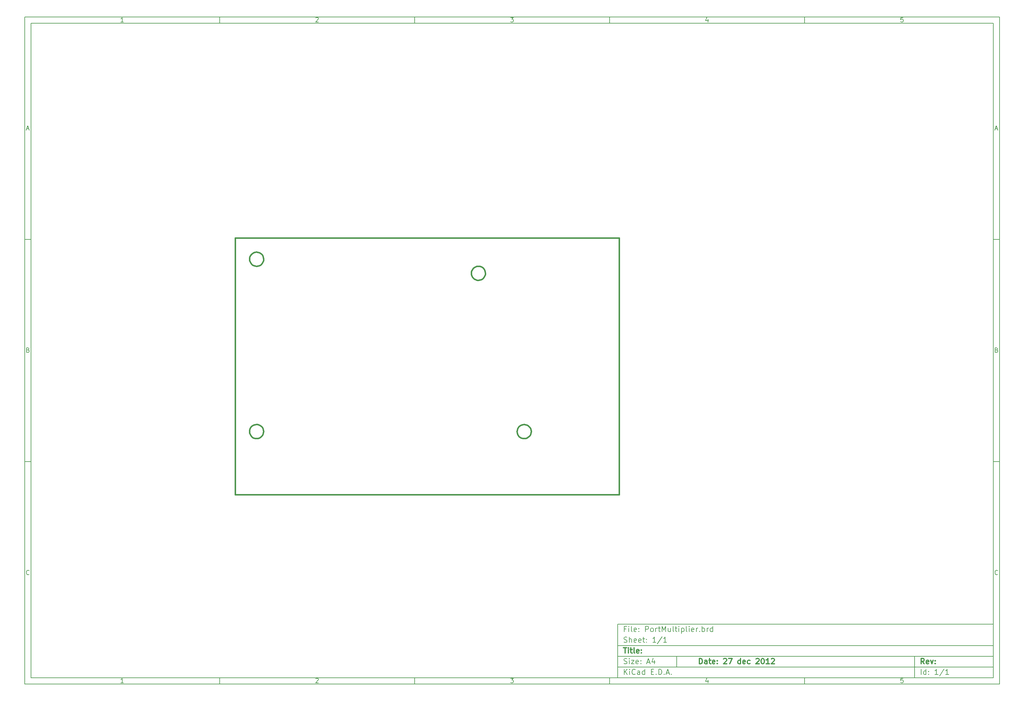
<source format=gbr>
G04 (created by PCBNEW-RS274X (2012-apr-16-27)-stable) date Thu 27 Dec 2012 11:36:06 GMT*
G01*
G70*
G90*
%MOIN*%
G04 Gerber Fmt 3.4, Leading zero omitted, Abs format*
%FSLAX34Y34*%
G04 APERTURE LIST*
%ADD10C,0.006000*%
%ADD11C,0.012000*%
%ADD12C,0.015000*%
G04 APERTURE END LIST*
G54D10*
X04000Y-04000D02*
X113000Y-04000D01*
X113000Y-78670D01*
X04000Y-78670D01*
X04000Y-04000D01*
X04700Y-04700D02*
X112300Y-04700D01*
X112300Y-77970D01*
X04700Y-77970D01*
X04700Y-04700D01*
X25800Y-04000D02*
X25800Y-04700D01*
X15043Y-04552D02*
X14757Y-04552D01*
X14900Y-04552D02*
X14900Y-04052D01*
X14852Y-04124D01*
X14805Y-04171D01*
X14757Y-04195D01*
X25800Y-78670D02*
X25800Y-77970D01*
X15043Y-78522D02*
X14757Y-78522D01*
X14900Y-78522D02*
X14900Y-78022D01*
X14852Y-78094D01*
X14805Y-78141D01*
X14757Y-78165D01*
X47600Y-04000D02*
X47600Y-04700D01*
X36557Y-04100D02*
X36581Y-04076D01*
X36629Y-04052D01*
X36748Y-04052D01*
X36795Y-04076D01*
X36819Y-04100D01*
X36843Y-04148D01*
X36843Y-04195D01*
X36819Y-04267D01*
X36533Y-04552D01*
X36843Y-04552D01*
X47600Y-78670D02*
X47600Y-77970D01*
X36557Y-78070D02*
X36581Y-78046D01*
X36629Y-78022D01*
X36748Y-78022D01*
X36795Y-78046D01*
X36819Y-78070D01*
X36843Y-78118D01*
X36843Y-78165D01*
X36819Y-78237D01*
X36533Y-78522D01*
X36843Y-78522D01*
X69400Y-04000D02*
X69400Y-04700D01*
X58333Y-04052D02*
X58643Y-04052D01*
X58476Y-04243D01*
X58548Y-04243D01*
X58595Y-04267D01*
X58619Y-04290D01*
X58643Y-04338D01*
X58643Y-04457D01*
X58619Y-04505D01*
X58595Y-04529D01*
X58548Y-04552D01*
X58405Y-04552D01*
X58357Y-04529D01*
X58333Y-04505D01*
X69400Y-78670D02*
X69400Y-77970D01*
X58333Y-78022D02*
X58643Y-78022D01*
X58476Y-78213D01*
X58548Y-78213D01*
X58595Y-78237D01*
X58619Y-78260D01*
X58643Y-78308D01*
X58643Y-78427D01*
X58619Y-78475D01*
X58595Y-78499D01*
X58548Y-78522D01*
X58405Y-78522D01*
X58357Y-78499D01*
X58333Y-78475D01*
X91200Y-04000D02*
X91200Y-04700D01*
X80395Y-04219D02*
X80395Y-04552D01*
X80276Y-04029D02*
X80157Y-04386D01*
X80467Y-04386D01*
X91200Y-78670D02*
X91200Y-77970D01*
X80395Y-78189D02*
X80395Y-78522D01*
X80276Y-77999D02*
X80157Y-78356D01*
X80467Y-78356D01*
X102219Y-04052D02*
X101981Y-04052D01*
X101957Y-04290D01*
X101981Y-04267D01*
X102029Y-04243D01*
X102148Y-04243D01*
X102195Y-04267D01*
X102219Y-04290D01*
X102243Y-04338D01*
X102243Y-04457D01*
X102219Y-04505D01*
X102195Y-04529D01*
X102148Y-04552D01*
X102029Y-04552D01*
X101981Y-04529D01*
X101957Y-04505D01*
X102219Y-78022D02*
X101981Y-78022D01*
X101957Y-78260D01*
X101981Y-78237D01*
X102029Y-78213D01*
X102148Y-78213D01*
X102195Y-78237D01*
X102219Y-78260D01*
X102243Y-78308D01*
X102243Y-78427D01*
X102219Y-78475D01*
X102195Y-78499D01*
X102148Y-78522D01*
X102029Y-78522D01*
X101981Y-78499D01*
X101957Y-78475D01*
X04000Y-28890D02*
X04700Y-28890D01*
X04231Y-16510D02*
X04469Y-16510D01*
X04184Y-16652D02*
X04350Y-16152D01*
X04517Y-16652D01*
X113000Y-28890D02*
X112300Y-28890D01*
X112531Y-16510D02*
X112769Y-16510D01*
X112484Y-16652D02*
X112650Y-16152D01*
X112817Y-16652D01*
X04000Y-53780D02*
X04700Y-53780D01*
X04386Y-41280D02*
X04457Y-41304D01*
X04481Y-41328D01*
X04505Y-41376D01*
X04505Y-41447D01*
X04481Y-41495D01*
X04457Y-41519D01*
X04410Y-41542D01*
X04219Y-41542D01*
X04219Y-41042D01*
X04386Y-41042D01*
X04433Y-41066D01*
X04457Y-41090D01*
X04481Y-41138D01*
X04481Y-41185D01*
X04457Y-41233D01*
X04433Y-41257D01*
X04386Y-41280D01*
X04219Y-41280D01*
X113000Y-53780D02*
X112300Y-53780D01*
X112686Y-41280D02*
X112757Y-41304D01*
X112781Y-41328D01*
X112805Y-41376D01*
X112805Y-41447D01*
X112781Y-41495D01*
X112757Y-41519D01*
X112710Y-41542D01*
X112519Y-41542D01*
X112519Y-41042D01*
X112686Y-41042D01*
X112733Y-41066D01*
X112757Y-41090D01*
X112781Y-41138D01*
X112781Y-41185D01*
X112757Y-41233D01*
X112733Y-41257D01*
X112686Y-41280D01*
X112519Y-41280D01*
X04505Y-66385D02*
X04481Y-66409D01*
X04410Y-66432D01*
X04362Y-66432D01*
X04290Y-66409D01*
X04243Y-66361D01*
X04219Y-66313D01*
X04195Y-66218D01*
X04195Y-66147D01*
X04219Y-66051D01*
X04243Y-66004D01*
X04290Y-65956D01*
X04362Y-65932D01*
X04410Y-65932D01*
X04481Y-65956D01*
X04505Y-65980D01*
X112805Y-66385D02*
X112781Y-66409D01*
X112710Y-66432D01*
X112662Y-66432D01*
X112590Y-66409D01*
X112543Y-66361D01*
X112519Y-66313D01*
X112495Y-66218D01*
X112495Y-66147D01*
X112519Y-66051D01*
X112543Y-66004D01*
X112590Y-65956D01*
X112662Y-65932D01*
X112710Y-65932D01*
X112781Y-65956D01*
X112805Y-65980D01*
G54D11*
X79443Y-76413D02*
X79443Y-75813D01*
X79586Y-75813D01*
X79671Y-75841D01*
X79729Y-75899D01*
X79757Y-75956D01*
X79786Y-76070D01*
X79786Y-76156D01*
X79757Y-76270D01*
X79729Y-76327D01*
X79671Y-76384D01*
X79586Y-76413D01*
X79443Y-76413D01*
X80300Y-76413D02*
X80300Y-76099D01*
X80271Y-76041D01*
X80214Y-76013D01*
X80100Y-76013D01*
X80043Y-76041D01*
X80300Y-76384D02*
X80243Y-76413D01*
X80100Y-76413D01*
X80043Y-76384D01*
X80014Y-76327D01*
X80014Y-76270D01*
X80043Y-76213D01*
X80100Y-76184D01*
X80243Y-76184D01*
X80300Y-76156D01*
X80500Y-76013D02*
X80729Y-76013D01*
X80586Y-75813D02*
X80586Y-76327D01*
X80614Y-76384D01*
X80672Y-76413D01*
X80729Y-76413D01*
X81157Y-76384D02*
X81100Y-76413D01*
X80986Y-76413D01*
X80929Y-76384D01*
X80900Y-76327D01*
X80900Y-76099D01*
X80929Y-76041D01*
X80986Y-76013D01*
X81100Y-76013D01*
X81157Y-76041D01*
X81186Y-76099D01*
X81186Y-76156D01*
X80900Y-76213D01*
X81443Y-76356D02*
X81471Y-76384D01*
X81443Y-76413D01*
X81414Y-76384D01*
X81443Y-76356D01*
X81443Y-76413D01*
X81443Y-76041D02*
X81471Y-76070D01*
X81443Y-76099D01*
X81414Y-76070D01*
X81443Y-76041D01*
X81443Y-76099D01*
X82157Y-75870D02*
X82186Y-75841D01*
X82243Y-75813D01*
X82386Y-75813D01*
X82443Y-75841D01*
X82472Y-75870D01*
X82500Y-75927D01*
X82500Y-75984D01*
X82472Y-76070D01*
X82129Y-76413D01*
X82500Y-76413D01*
X82700Y-75813D02*
X83100Y-75813D01*
X82843Y-76413D01*
X84042Y-76413D02*
X84042Y-75813D01*
X84042Y-76384D02*
X83985Y-76413D01*
X83871Y-76413D01*
X83813Y-76384D01*
X83785Y-76356D01*
X83756Y-76299D01*
X83756Y-76127D01*
X83785Y-76070D01*
X83813Y-76041D01*
X83871Y-76013D01*
X83985Y-76013D01*
X84042Y-76041D01*
X84556Y-76384D02*
X84499Y-76413D01*
X84385Y-76413D01*
X84328Y-76384D01*
X84299Y-76327D01*
X84299Y-76099D01*
X84328Y-76041D01*
X84385Y-76013D01*
X84499Y-76013D01*
X84556Y-76041D01*
X84585Y-76099D01*
X84585Y-76156D01*
X84299Y-76213D01*
X85099Y-76384D02*
X85042Y-76413D01*
X84928Y-76413D01*
X84870Y-76384D01*
X84842Y-76356D01*
X84813Y-76299D01*
X84813Y-76127D01*
X84842Y-76070D01*
X84870Y-76041D01*
X84928Y-76013D01*
X85042Y-76013D01*
X85099Y-76041D01*
X85784Y-75870D02*
X85813Y-75841D01*
X85870Y-75813D01*
X86013Y-75813D01*
X86070Y-75841D01*
X86099Y-75870D01*
X86127Y-75927D01*
X86127Y-75984D01*
X86099Y-76070D01*
X85756Y-76413D01*
X86127Y-76413D01*
X86498Y-75813D02*
X86555Y-75813D01*
X86612Y-75841D01*
X86641Y-75870D01*
X86670Y-75927D01*
X86698Y-76041D01*
X86698Y-76184D01*
X86670Y-76299D01*
X86641Y-76356D01*
X86612Y-76384D01*
X86555Y-76413D01*
X86498Y-76413D01*
X86441Y-76384D01*
X86412Y-76356D01*
X86384Y-76299D01*
X86355Y-76184D01*
X86355Y-76041D01*
X86384Y-75927D01*
X86412Y-75870D01*
X86441Y-75841D01*
X86498Y-75813D01*
X87269Y-76413D02*
X86926Y-76413D01*
X87098Y-76413D02*
X87098Y-75813D01*
X87041Y-75899D01*
X86983Y-75956D01*
X86926Y-75984D01*
X87497Y-75870D02*
X87526Y-75841D01*
X87583Y-75813D01*
X87726Y-75813D01*
X87783Y-75841D01*
X87812Y-75870D01*
X87840Y-75927D01*
X87840Y-75984D01*
X87812Y-76070D01*
X87469Y-76413D01*
X87840Y-76413D01*
G54D10*
X71043Y-77613D02*
X71043Y-77013D01*
X71386Y-77613D02*
X71129Y-77270D01*
X71386Y-77013D02*
X71043Y-77356D01*
X71643Y-77613D02*
X71643Y-77213D01*
X71643Y-77013D02*
X71614Y-77041D01*
X71643Y-77070D01*
X71671Y-77041D01*
X71643Y-77013D01*
X71643Y-77070D01*
X72272Y-77556D02*
X72243Y-77584D01*
X72157Y-77613D01*
X72100Y-77613D01*
X72015Y-77584D01*
X71957Y-77527D01*
X71929Y-77470D01*
X71900Y-77356D01*
X71900Y-77270D01*
X71929Y-77156D01*
X71957Y-77099D01*
X72015Y-77041D01*
X72100Y-77013D01*
X72157Y-77013D01*
X72243Y-77041D01*
X72272Y-77070D01*
X72786Y-77613D02*
X72786Y-77299D01*
X72757Y-77241D01*
X72700Y-77213D01*
X72586Y-77213D01*
X72529Y-77241D01*
X72786Y-77584D02*
X72729Y-77613D01*
X72586Y-77613D01*
X72529Y-77584D01*
X72500Y-77527D01*
X72500Y-77470D01*
X72529Y-77413D01*
X72586Y-77384D01*
X72729Y-77384D01*
X72786Y-77356D01*
X73329Y-77613D02*
X73329Y-77013D01*
X73329Y-77584D02*
X73272Y-77613D01*
X73158Y-77613D01*
X73100Y-77584D01*
X73072Y-77556D01*
X73043Y-77499D01*
X73043Y-77327D01*
X73072Y-77270D01*
X73100Y-77241D01*
X73158Y-77213D01*
X73272Y-77213D01*
X73329Y-77241D01*
X74072Y-77299D02*
X74272Y-77299D01*
X74358Y-77613D02*
X74072Y-77613D01*
X74072Y-77013D01*
X74358Y-77013D01*
X74615Y-77556D02*
X74643Y-77584D01*
X74615Y-77613D01*
X74586Y-77584D01*
X74615Y-77556D01*
X74615Y-77613D01*
X74901Y-77613D02*
X74901Y-77013D01*
X75044Y-77013D01*
X75129Y-77041D01*
X75187Y-77099D01*
X75215Y-77156D01*
X75244Y-77270D01*
X75244Y-77356D01*
X75215Y-77470D01*
X75187Y-77527D01*
X75129Y-77584D01*
X75044Y-77613D01*
X74901Y-77613D01*
X75501Y-77556D02*
X75529Y-77584D01*
X75501Y-77613D01*
X75472Y-77584D01*
X75501Y-77556D01*
X75501Y-77613D01*
X75758Y-77441D02*
X76044Y-77441D01*
X75701Y-77613D02*
X75901Y-77013D01*
X76101Y-77613D01*
X76301Y-77556D02*
X76329Y-77584D01*
X76301Y-77613D01*
X76272Y-77584D01*
X76301Y-77556D01*
X76301Y-77613D01*
G54D11*
X104586Y-76413D02*
X104386Y-76127D01*
X104243Y-76413D02*
X104243Y-75813D01*
X104471Y-75813D01*
X104529Y-75841D01*
X104557Y-75870D01*
X104586Y-75927D01*
X104586Y-76013D01*
X104557Y-76070D01*
X104529Y-76099D01*
X104471Y-76127D01*
X104243Y-76127D01*
X105071Y-76384D02*
X105014Y-76413D01*
X104900Y-76413D01*
X104843Y-76384D01*
X104814Y-76327D01*
X104814Y-76099D01*
X104843Y-76041D01*
X104900Y-76013D01*
X105014Y-76013D01*
X105071Y-76041D01*
X105100Y-76099D01*
X105100Y-76156D01*
X104814Y-76213D01*
X105300Y-76013D02*
X105443Y-76413D01*
X105585Y-76013D01*
X105814Y-76356D02*
X105842Y-76384D01*
X105814Y-76413D01*
X105785Y-76384D01*
X105814Y-76356D01*
X105814Y-76413D01*
X105814Y-76041D02*
X105842Y-76070D01*
X105814Y-76099D01*
X105785Y-76070D01*
X105814Y-76041D01*
X105814Y-76099D01*
G54D10*
X71014Y-76384D02*
X71100Y-76413D01*
X71243Y-76413D01*
X71300Y-76384D01*
X71329Y-76356D01*
X71357Y-76299D01*
X71357Y-76241D01*
X71329Y-76184D01*
X71300Y-76156D01*
X71243Y-76127D01*
X71129Y-76099D01*
X71071Y-76070D01*
X71043Y-76041D01*
X71014Y-75984D01*
X71014Y-75927D01*
X71043Y-75870D01*
X71071Y-75841D01*
X71129Y-75813D01*
X71271Y-75813D01*
X71357Y-75841D01*
X71614Y-76413D02*
X71614Y-76013D01*
X71614Y-75813D02*
X71585Y-75841D01*
X71614Y-75870D01*
X71642Y-75841D01*
X71614Y-75813D01*
X71614Y-75870D01*
X71843Y-76013D02*
X72157Y-76013D01*
X71843Y-76413D01*
X72157Y-76413D01*
X72614Y-76384D02*
X72557Y-76413D01*
X72443Y-76413D01*
X72386Y-76384D01*
X72357Y-76327D01*
X72357Y-76099D01*
X72386Y-76041D01*
X72443Y-76013D01*
X72557Y-76013D01*
X72614Y-76041D01*
X72643Y-76099D01*
X72643Y-76156D01*
X72357Y-76213D01*
X72900Y-76356D02*
X72928Y-76384D01*
X72900Y-76413D01*
X72871Y-76384D01*
X72900Y-76356D01*
X72900Y-76413D01*
X72900Y-76041D02*
X72928Y-76070D01*
X72900Y-76099D01*
X72871Y-76070D01*
X72900Y-76041D01*
X72900Y-76099D01*
X73614Y-76241D02*
X73900Y-76241D01*
X73557Y-76413D02*
X73757Y-75813D01*
X73957Y-76413D01*
X74414Y-76013D02*
X74414Y-76413D01*
X74271Y-75784D02*
X74128Y-76213D01*
X74500Y-76213D01*
X104243Y-77613D02*
X104243Y-77013D01*
X104786Y-77613D02*
X104786Y-77013D01*
X104786Y-77584D02*
X104729Y-77613D01*
X104615Y-77613D01*
X104557Y-77584D01*
X104529Y-77556D01*
X104500Y-77499D01*
X104500Y-77327D01*
X104529Y-77270D01*
X104557Y-77241D01*
X104615Y-77213D01*
X104729Y-77213D01*
X104786Y-77241D01*
X105072Y-77556D02*
X105100Y-77584D01*
X105072Y-77613D01*
X105043Y-77584D01*
X105072Y-77556D01*
X105072Y-77613D01*
X105072Y-77241D02*
X105100Y-77270D01*
X105072Y-77299D01*
X105043Y-77270D01*
X105072Y-77241D01*
X105072Y-77299D01*
X106129Y-77613D02*
X105786Y-77613D01*
X105958Y-77613D02*
X105958Y-77013D01*
X105901Y-77099D01*
X105843Y-77156D01*
X105786Y-77184D01*
X106814Y-76984D02*
X106300Y-77756D01*
X107329Y-77613D02*
X106986Y-77613D01*
X107158Y-77613D02*
X107158Y-77013D01*
X107101Y-77099D01*
X107043Y-77156D01*
X106986Y-77184D01*
G54D11*
X70957Y-74613D02*
X71300Y-74613D01*
X71129Y-75213D02*
X71129Y-74613D01*
X71500Y-75213D02*
X71500Y-74813D01*
X71500Y-74613D02*
X71471Y-74641D01*
X71500Y-74670D01*
X71528Y-74641D01*
X71500Y-74613D01*
X71500Y-74670D01*
X71700Y-74813D02*
X71929Y-74813D01*
X71786Y-74613D02*
X71786Y-75127D01*
X71814Y-75184D01*
X71872Y-75213D01*
X71929Y-75213D01*
X72215Y-75213D02*
X72157Y-75184D01*
X72129Y-75127D01*
X72129Y-74613D01*
X72671Y-75184D02*
X72614Y-75213D01*
X72500Y-75213D01*
X72443Y-75184D01*
X72414Y-75127D01*
X72414Y-74899D01*
X72443Y-74841D01*
X72500Y-74813D01*
X72614Y-74813D01*
X72671Y-74841D01*
X72700Y-74899D01*
X72700Y-74956D01*
X72414Y-75013D01*
X72957Y-75156D02*
X72985Y-75184D01*
X72957Y-75213D01*
X72928Y-75184D01*
X72957Y-75156D01*
X72957Y-75213D01*
X72957Y-74841D02*
X72985Y-74870D01*
X72957Y-74899D01*
X72928Y-74870D01*
X72957Y-74841D01*
X72957Y-74899D01*
G54D10*
X71243Y-72499D02*
X71043Y-72499D01*
X71043Y-72813D02*
X71043Y-72213D01*
X71329Y-72213D01*
X71557Y-72813D02*
X71557Y-72413D01*
X71557Y-72213D02*
X71528Y-72241D01*
X71557Y-72270D01*
X71585Y-72241D01*
X71557Y-72213D01*
X71557Y-72270D01*
X71929Y-72813D02*
X71871Y-72784D01*
X71843Y-72727D01*
X71843Y-72213D01*
X72385Y-72784D02*
X72328Y-72813D01*
X72214Y-72813D01*
X72157Y-72784D01*
X72128Y-72727D01*
X72128Y-72499D01*
X72157Y-72441D01*
X72214Y-72413D01*
X72328Y-72413D01*
X72385Y-72441D01*
X72414Y-72499D01*
X72414Y-72556D01*
X72128Y-72613D01*
X72671Y-72756D02*
X72699Y-72784D01*
X72671Y-72813D01*
X72642Y-72784D01*
X72671Y-72756D01*
X72671Y-72813D01*
X72671Y-72441D02*
X72699Y-72470D01*
X72671Y-72499D01*
X72642Y-72470D01*
X72671Y-72441D01*
X72671Y-72499D01*
X73414Y-72813D02*
X73414Y-72213D01*
X73642Y-72213D01*
X73700Y-72241D01*
X73728Y-72270D01*
X73757Y-72327D01*
X73757Y-72413D01*
X73728Y-72470D01*
X73700Y-72499D01*
X73642Y-72527D01*
X73414Y-72527D01*
X74100Y-72813D02*
X74042Y-72784D01*
X74014Y-72756D01*
X73985Y-72699D01*
X73985Y-72527D01*
X74014Y-72470D01*
X74042Y-72441D01*
X74100Y-72413D01*
X74185Y-72413D01*
X74242Y-72441D01*
X74271Y-72470D01*
X74300Y-72527D01*
X74300Y-72699D01*
X74271Y-72756D01*
X74242Y-72784D01*
X74185Y-72813D01*
X74100Y-72813D01*
X74557Y-72813D02*
X74557Y-72413D01*
X74557Y-72527D02*
X74585Y-72470D01*
X74614Y-72441D01*
X74671Y-72413D01*
X74728Y-72413D01*
X74842Y-72413D02*
X75071Y-72413D01*
X74928Y-72213D02*
X74928Y-72727D01*
X74956Y-72784D01*
X75014Y-72813D01*
X75071Y-72813D01*
X75271Y-72813D02*
X75271Y-72213D01*
X75471Y-72641D01*
X75671Y-72213D01*
X75671Y-72813D01*
X76214Y-72413D02*
X76214Y-72813D01*
X75957Y-72413D02*
X75957Y-72727D01*
X75985Y-72784D01*
X76043Y-72813D01*
X76128Y-72813D01*
X76185Y-72784D01*
X76214Y-72756D01*
X76586Y-72813D02*
X76528Y-72784D01*
X76500Y-72727D01*
X76500Y-72213D01*
X76728Y-72413D02*
X76957Y-72413D01*
X76814Y-72213D02*
X76814Y-72727D01*
X76842Y-72784D01*
X76900Y-72813D01*
X76957Y-72813D01*
X77157Y-72813D02*
X77157Y-72413D01*
X77157Y-72213D02*
X77128Y-72241D01*
X77157Y-72270D01*
X77185Y-72241D01*
X77157Y-72213D01*
X77157Y-72270D01*
X77443Y-72413D02*
X77443Y-73013D01*
X77443Y-72441D02*
X77500Y-72413D01*
X77614Y-72413D01*
X77671Y-72441D01*
X77700Y-72470D01*
X77729Y-72527D01*
X77729Y-72699D01*
X77700Y-72756D01*
X77671Y-72784D01*
X77614Y-72813D01*
X77500Y-72813D01*
X77443Y-72784D01*
X78072Y-72813D02*
X78014Y-72784D01*
X77986Y-72727D01*
X77986Y-72213D01*
X78300Y-72813D02*
X78300Y-72413D01*
X78300Y-72213D02*
X78271Y-72241D01*
X78300Y-72270D01*
X78328Y-72241D01*
X78300Y-72213D01*
X78300Y-72270D01*
X78814Y-72784D02*
X78757Y-72813D01*
X78643Y-72813D01*
X78586Y-72784D01*
X78557Y-72727D01*
X78557Y-72499D01*
X78586Y-72441D01*
X78643Y-72413D01*
X78757Y-72413D01*
X78814Y-72441D01*
X78843Y-72499D01*
X78843Y-72556D01*
X78557Y-72613D01*
X79100Y-72813D02*
X79100Y-72413D01*
X79100Y-72527D02*
X79128Y-72470D01*
X79157Y-72441D01*
X79214Y-72413D01*
X79271Y-72413D01*
X79471Y-72756D02*
X79499Y-72784D01*
X79471Y-72813D01*
X79442Y-72784D01*
X79471Y-72756D01*
X79471Y-72813D01*
X79757Y-72813D02*
X79757Y-72213D01*
X79757Y-72441D02*
X79814Y-72413D01*
X79928Y-72413D01*
X79985Y-72441D01*
X80014Y-72470D01*
X80043Y-72527D01*
X80043Y-72699D01*
X80014Y-72756D01*
X79985Y-72784D01*
X79928Y-72813D01*
X79814Y-72813D01*
X79757Y-72784D01*
X80300Y-72813D02*
X80300Y-72413D01*
X80300Y-72527D02*
X80328Y-72470D01*
X80357Y-72441D01*
X80414Y-72413D01*
X80471Y-72413D01*
X80928Y-72813D02*
X80928Y-72213D01*
X80928Y-72784D02*
X80871Y-72813D01*
X80757Y-72813D01*
X80699Y-72784D01*
X80671Y-72756D01*
X80642Y-72699D01*
X80642Y-72527D01*
X80671Y-72470D01*
X80699Y-72441D01*
X80757Y-72413D01*
X80871Y-72413D01*
X80928Y-72441D01*
X71014Y-73984D02*
X71100Y-74013D01*
X71243Y-74013D01*
X71300Y-73984D01*
X71329Y-73956D01*
X71357Y-73899D01*
X71357Y-73841D01*
X71329Y-73784D01*
X71300Y-73756D01*
X71243Y-73727D01*
X71129Y-73699D01*
X71071Y-73670D01*
X71043Y-73641D01*
X71014Y-73584D01*
X71014Y-73527D01*
X71043Y-73470D01*
X71071Y-73441D01*
X71129Y-73413D01*
X71271Y-73413D01*
X71357Y-73441D01*
X71614Y-74013D02*
X71614Y-73413D01*
X71871Y-74013D02*
X71871Y-73699D01*
X71842Y-73641D01*
X71785Y-73613D01*
X71700Y-73613D01*
X71642Y-73641D01*
X71614Y-73670D01*
X72385Y-73984D02*
X72328Y-74013D01*
X72214Y-74013D01*
X72157Y-73984D01*
X72128Y-73927D01*
X72128Y-73699D01*
X72157Y-73641D01*
X72214Y-73613D01*
X72328Y-73613D01*
X72385Y-73641D01*
X72414Y-73699D01*
X72414Y-73756D01*
X72128Y-73813D01*
X72899Y-73984D02*
X72842Y-74013D01*
X72728Y-74013D01*
X72671Y-73984D01*
X72642Y-73927D01*
X72642Y-73699D01*
X72671Y-73641D01*
X72728Y-73613D01*
X72842Y-73613D01*
X72899Y-73641D01*
X72928Y-73699D01*
X72928Y-73756D01*
X72642Y-73813D01*
X73099Y-73613D02*
X73328Y-73613D01*
X73185Y-73413D02*
X73185Y-73927D01*
X73213Y-73984D01*
X73271Y-74013D01*
X73328Y-74013D01*
X73528Y-73956D02*
X73556Y-73984D01*
X73528Y-74013D01*
X73499Y-73984D01*
X73528Y-73956D01*
X73528Y-74013D01*
X73528Y-73641D02*
X73556Y-73670D01*
X73528Y-73699D01*
X73499Y-73670D01*
X73528Y-73641D01*
X73528Y-73699D01*
X74585Y-74013D02*
X74242Y-74013D01*
X74414Y-74013D02*
X74414Y-73413D01*
X74357Y-73499D01*
X74299Y-73556D01*
X74242Y-73584D01*
X75270Y-73384D02*
X74756Y-74156D01*
X75785Y-74013D02*
X75442Y-74013D01*
X75614Y-74013D02*
X75614Y-73413D01*
X75557Y-73499D01*
X75499Y-73556D01*
X75442Y-73584D01*
X70300Y-71970D02*
X70300Y-77970D01*
X70300Y-71970D02*
X112300Y-71970D01*
X70300Y-71970D02*
X112300Y-71970D01*
X70300Y-74370D02*
X112300Y-74370D01*
X103500Y-75570D02*
X103500Y-77970D01*
X70300Y-76770D02*
X112300Y-76770D01*
X70300Y-75570D02*
X112300Y-75570D01*
X76900Y-75570D02*
X76900Y-76770D01*
G54D12*
X70472Y-57480D02*
X33071Y-57480D01*
X70472Y-28740D02*
X70472Y-57480D01*
X65354Y-28740D02*
X70472Y-28740D01*
X27559Y-57480D02*
X33071Y-57480D01*
X27559Y-28740D02*
X27559Y-57480D01*
X55512Y-32679D02*
X55496Y-32832D01*
X55452Y-32979D01*
X55380Y-33115D01*
X55283Y-33234D01*
X55164Y-33332D01*
X55029Y-33405D01*
X54882Y-33450D01*
X54729Y-33466D01*
X54577Y-33453D01*
X54429Y-33409D01*
X54293Y-33338D01*
X54173Y-33242D01*
X54074Y-33124D01*
X54000Y-32989D01*
X53954Y-32842D01*
X53937Y-32690D01*
X53949Y-32537D01*
X53992Y-32389D01*
X54062Y-32253D01*
X54158Y-32132D01*
X54275Y-32032D01*
X54409Y-31957D01*
X54555Y-31910D01*
X54708Y-31892D01*
X54860Y-31903D01*
X55008Y-31945D01*
X55146Y-32014D01*
X55267Y-32109D01*
X55367Y-32225D01*
X55443Y-32359D01*
X55492Y-32505D01*
X55511Y-32657D01*
X55512Y-32679D01*
X60631Y-50395D02*
X60615Y-50548D01*
X60571Y-50695D01*
X60499Y-50831D01*
X60402Y-50950D01*
X60283Y-51048D01*
X60148Y-51121D01*
X60001Y-51166D01*
X59848Y-51182D01*
X59696Y-51169D01*
X59548Y-51125D01*
X59412Y-51054D01*
X59292Y-50958D01*
X59193Y-50840D01*
X59119Y-50705D01*
X59073Y-50558D01*
X59056Y-50406D01*
X59068Y-50253D01*
X59111Y-50105D01*
X59181Y-49969D01*
X59277Y-49848D01*
X59394Y-49748D01*
X59528Y-49673D01*
X59674Y-49626D01*
X59827Y-49608D01*
X59979Y-49619D01*
X60127Y-49661D01*
X60265Y-49730D01*
X60386Y-49825D01*
X60486Y-49941D01*
X60562Y-50075D01*
X60611Y-50221D01*
X60630Y-50373D01*
X60631Y-50395D01*
X30710Y-31101D02*
X30694Y-31254D01*
X30650Y-31401D01*
X30578Y-31537D01*
X30481Y-31656D01*
X30362Y-31754D01*
X30227Y-31827D01*
X30080Y-31872D01*
X29927Y-31888D01*
X29775Y-31875D01*
X29627Y-31831D01*
X29491Y-31760D01*
X29371Y-31664D01*
X29272Y-31546D01*
X29198Y-31411D01*
X29152Y-31264D01*
X29135Y-31112D01*
X29147Y-30959D01*
X29190Y-30811D01*
X29260Y-30675D01*
X29356Y-30554D01*
X29473Y-30454D01*
X29607Y-30379D01*
X29753Y-30332D01*
X29906Y-30314D01*
X30058Y-30325D01*
X30206Y-30367D01*
X30344Y-30436D01*
X30465Y-30531D01*
X30565Y-30647D01*
X30641Y-30781D01*
X30690Y-30927D01*
X30709Y-31079D01*
X30710Y-31101D01*
X30709Y-50394D02*
X30693Y-50547D01*
X30649Y-50694D01*
X30577Y-50830D01*
X30480Y-50949D01*
X30361Y-51047D01*
X30226Y-51120D01*
X30079Y-51165D01*
X29926Y-51181D01*
X29774Y-51168D01*
X29626Y-51124D01*
X29490Y-51053D01*
X29370Y-50957D01*
X29271Y-50839D01*
X29197Y-50704D01*
X29151Y-50557D01*
X29134Y-50405D01*
X29146Y-50252D01*
X29189Y-50104D01*
X29259Y-49968D01*
X29355Y-49847D01*
X29472Y-49747D01*
X29606Y-49672D01*
X29752Y-49625D01*
X29905Y-49607D01*
X30057Y-49618D01*
X30205Y-49660D01*
X30343Y-49729D01*
X30464Y-49824D01*
X30564Y-49940D01*
X30640Y-50074D01*
X30689Y-50220D01*
X30708Y-50372D01*
X30709Y-50394D01*
X65354Y-28740D02*
X27559Y-28740D01*
M02*

</source>
